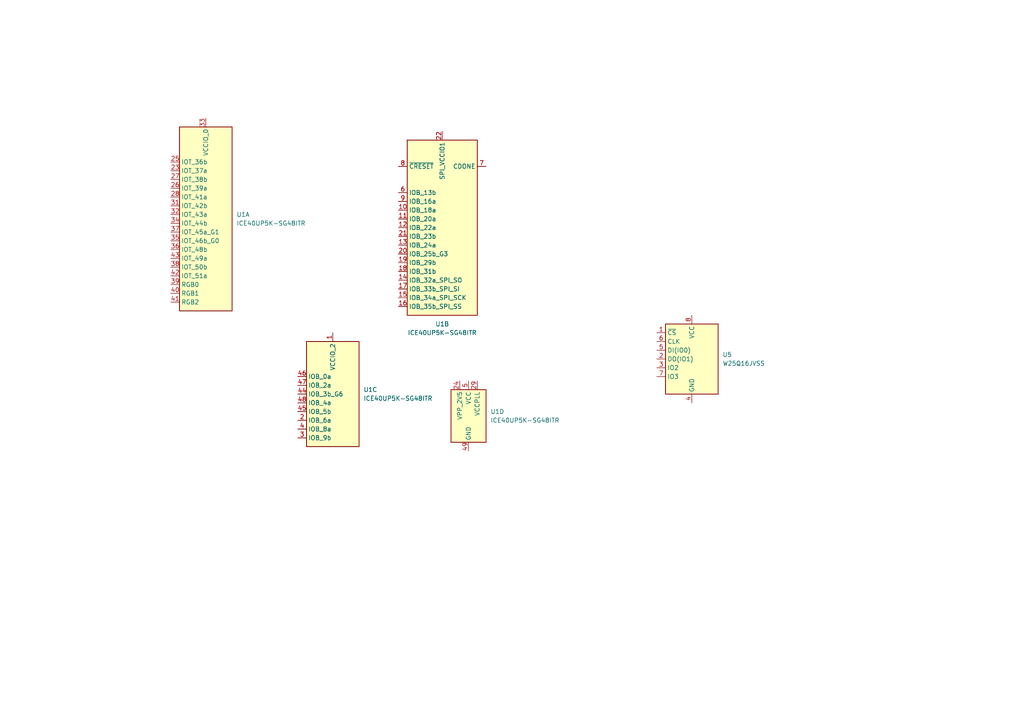
<source format=kicad_sch>
(kicad_sch (version 20231120) (generator "eeschema") (generator_version "8.0")
  (paper "A4")
  (lib_symbols
    (symbol "FPGA_Lattice:ICE40UP5K-SG48ITR"
      (property "Reference" "U" (at -8.89 -29.21 0))
      (property "Value" "ICE40UP5K-SG48ITR" (at 0 -31.75 0))
      (symbol "ICE40UP5K-SG48ITR_1_1"
        (rectangle (start -7.62 25.4) (end 7.62 -27.94) (stroke (width 0.254)) (fill (type background)))
        (pin bidirectional line (at -10.16 12.7 0) (length 2.54) (name "IOT_37a") (number "23"))
        (pin bidirectional line (at -10.16 15.24 0) (length 2.54) (name "IOT_36b") (number "25"))
        (pin bidirectional line (at -10.16 7.62 0) (length 2.54) (name "IOT_39a") (number "26"))
        (pin bidirectional line (at -10.16 10.16 0) (length 2.54) (name "IOT_38b") (number "27"))
        (pin bidirectional line (at -10.16 5.08 0) (length 2.54) (name "IOT_41a") (number "28"))
        (pin bidirectional line (at -10.16 2.54 0) (length 2.54) (name "IOT_42b") (number "31"))
        (pin bidirectional line (at -10.16 0 0) (length 2.54) (name "IOT_43a") (number "32"))
        (pin power_in line (at 0 27.94 270) (length 2.54) (name "VCCIO_0") (number "33"))
        (pin bidirectional line (at -10.16 -2.54 0) (length 2.54) (name "IOT_44b") (number "34"))
        (pin bidirectional line (at -10.16 -7.62 0) (length 2.54) (name "IOT_46b_G0") (number "35"))
        (pin bidirectional line (at -10.16 -10.16 0) (length 2.54) (name "IOT_48b") (number "36"))
        (pin bidirectional line (at -10.16 -5.08 0) (length 2.54) (name "IOT_45a_G1") (number "37"))
        (pin bidirectional line (at -10.16 -15.24 0) (length 2.54) (name "IOT_50b") (number "38"))
        (pin open_collector line (at -10.16 -20.32 0) (length 2.54) (name "RGB0") (number "39"))
        (pin open_collector line (at -10.16 -22.86 0) (length 2.54) (name "RGB1") (number "40"))
        (pin open_collector line (at -10.16 -25.4 0) (length 2.54) (name "RGB2") (number "41"))
        (pin bidirectional line (at -10.16 -17.78 0) (length 2.54) (name "IOT_51a") (number "42"))
        (pin bidirectional line (at -10.16 -12.7 0) (length 2.54) (name "IOT_49a") (number "43"))
      )
      (symbol "ICE40UP5K-SG48ITR_2_1"
        (rectangle (start -10.16 25.4) (end 10.16 -25.4) (stroke (width 0.254)) (fill (type background)))
        (pin bidirectional line (at -12.7 5.08 0) (length 2.54) (name "IOB_18a") (number "10"))
        (pin bidirectional line (at -12.7 2.54 0) (length 2.54) (name "IOB_20a") (number "11"))
        (pin bidirectional line (at -12.7 0 0) (length 2.54) (name "IOB_22a") (number "12"))
        (pin bidirectional line (at -12.7 -5.08 0) (length 2.54) (name "IOB_24a") (number "13"))
        (pin bidirectional line (at -12.7 -15.24 0) (length 2.54) (name "IOB_32a_SPI_SO") (number "14"))
        (pin bidirectional line (at -12.7 -20.32 0) (length 2.54) (name "IOB_34a_SPI_SCK") (number "15"))
        (pin bidirectional line (at -12.7 -22.86 0) (length 2.54) (name "IOB_35b_SPI_SS") (number "16"))
        (pin bidirectional line (at -12.7 -17.78 0) (length 2.54) (name "IOB_33b_SPI_SI") (number "17"))
        (pin bidirectional line (at -12.7 -12.7 0) (length 2.54) (name "IOB_31b") (number "18"))
        (pin bidirectional line (at -12.7 -10.16 0) (length 2.54) (name "IOB_29b") (number "19"))
        (pin bidirectional line (at -12.7 -7.62 0) (length 2.54) (name "IOB_25b_G3") (number "20"))
        (pin bidirectional line (at -12.7 -2.54 0) (length 2.54) (name "IOB_23b") (number "21"))
        (pin power_in line (at 0 27.94 270) (length 2.54) (name "SPI_VCCIO1") (number "22"))
        (pin bidirectional line (at -12.7 10.16 0) (length 2.54) (name "IOB_13b") (number "6"))
        (pin open_collector line (at 12.7 17.78 180) (length 2.54) (name "CDONE") (number "7"))
        (pin input line (at -12.7 17.78 0) (length 2.54) (name "~{CRESET}") (number "8"))
        (pin bidirectional line (at -12.7 7.62 0) (length 2.54) (name "IOB_16a") (number "9"))
      )
      (symbol "ICE40UP5K-SG48ITR_3_1"
        (rectangle (start -7.62 15.24) (end 7.62 -15.24) (stroke (width 0.254)) (fill (type background)))
        (pin power_in line (at 0 17.78 270) (length 2.54) (name "VCCIO_2") (number "1"))
        (pin bidirectional line (at -10.16 -7.62 0) (length 2.54) (name "IOB_6a") (number "2"))
        (pin bidirectional line (at -10.16 -12.7 0) (length 2.54) (name "IOB_9b") (number "3"))
        (pin bidirectional line (at -10.16 -10.16 0) (length 2.54) (name "IOB_8a") (number "4"))
        (pin bidirectional line (at -10.16 0 0) (length 2.54) (name "IOB_3b_G6") (number "44"))
        (pin bidirectional line (at -10.16 -5.08 0) (length 2.54) (name "IOB_5b") (number "45"))
        (pin bidirectional line (at -10.16 5.08 0) (length 2.54) (name "IOB_0a") (number "46"))
        (pin bidirectional line (at -10.16 2.54 0) (length 2.54) (name "IOB_2a") (number "47"))
        (pin bidirectional line (at -10.16 -2.54 0) (length 2.54) (name "IOB_4a") (number "48"))
      )
      (symbol "ICE40UP5K-SG48ITR_4_1"
        (rectangle (start -5.08 7.62) (end 5.08 -7.62) (stroke (width 0.254)) (fill (type background)))
        (pin power_in line (at -2.54 10.16 270) (length 2.54) (name "VPP_2V5") (number "24"))
        (pin power_out line (at 2.54 10.16 270) (length 2.54) (name "VCCPLL") (number "29"))
        (pin passive line (at 0 10.16 270) (length 2.54) hide (name "VCC") (number "30"))
        (pin power_in line (at 0 -10.16 90) (length 2.54) (name "GND") (number "49"))
        (pin power_in line (at 0 10.16 270) (length 2.54) (name "VCC") (number "5"))
      )
    )
    (symbol "Memory_Flash:W25Q16JVSS"
      (property "Reference" "U" (at -6.35 11.43 0))
      (property "Value" "W25Q16JVSS" (at 7.62 11.43 0))
      (symbol "W25Q16JVSS_0_1"
        (rectangle (start -7.62 10.16) (end 7.62 -10.16) (stroke (width 0.254)) (fill (type background)))
      )
      (symbol "W25Q16JVSS_1_1"
        (pin input line (at -10.16 7.62 0) (length 2.54) (name "~{CS}") (number "1"))
        (pin bidirectional line (at -10.16 0 0) (length 2.54) (name "DO(IO1)") (number "2"))
        (pin bidirectional line (at -10.16 -2.54 0) (length 2.54) (name "IO2") (number "3"))
        (pin power_in line (at 0 -12.7 90) (length 2.54) (name "GND") (number "4"))
        (pin bidirectional line (at -10.16 2.54 0) (length 2.54) (name "DI(IO0)") (number "5"))
        (pin input line (at -10.16 5.08 0) (length 2.54) (name "CLK") (number "6"))
        (pin bidirectional line (at -10.16 -5.08 0) (length 2.54) (name "IO3") (number "7"))
        (pin power_in line (at 0 12.7 270) (length 2.54) (name "VCC") (number "8"))
      )
    )
  )
  (symbol (lib_id "FPGA_Lattice:ICE40UP5K-SG48ITR") (at 135.89 120.65 0) (unit 4)
    (property "Reference" "U1" (at 142.24 119.3799 0) (effects (justify left)))
    (property "Value" "ICE40UP5K-SG48ITR" (at 142.24 121.9199 0) (effects (justify left)))
    (property "Footprint" "Package_DFN_QFN:QFN-48-1EP_7x7mm_P0.5mm_EP5.6x5.6mm" (effects (hide yes)))
    (property "Datasheet" "http://www.latticesemi.com/Products/FPGAandCPLD/iCE40Ultra" (effects (hide yes)))
    (property "Description" "iCE40 UltraPlus FPGA, 5280 LUTs, 1.2V, 48-pin QFN" (effects (hide yes)))
  )
  (symbol (lib_id "Memory_Flash:W25Q16JVSS") (at 200.66 104.14 0) (unit 1)
    (property "Reference" "U5" (at 209.55 102.8699 0) (effects (justify left)))
    (property "Value" "W25Q16JVSS" (at 209.55 105.4099 0) (effects (justify left)))
    (property "Footprint" "Package_SO:SOIC-8_5.23x5.23mm_P1.27mm" (effects (hide yes)))
    (property "Datasheet" "https://www.winbond.com/hq/support/documentation/levelOne.jsp?__locale=en&DocNo=DA00-W25Q16JV.1" (effects (hide yes)))
    (property "Description" "16Mb Serial Flash Memory, Standard/Dual/Quad SPI, SOIC-8" (effects (hide yes)))
  )
  (symbol (lib_id "FPGA_Lattice:ICE40UP5K-SG48ITR") (at 59.69 62.23 0) (unit 1)
    (property "Reference" "U1" (at 68.58 62.2299 0) (effects (justify left)))
    (property "Value" "ICE40UP5K-SG48ITR" (at 68.58 64.7699 0) (effects (justify left)))
    (property "Footprint" "Package_DFN_QFN:QFN-48-1EP_7x7mm_P0.5mm_EP5.6x5.6mm" (effects (hide yes)))
    (property "Datasheet" "http://www.latticesemi.com/Products/FPGAandCPLD/iCE40Ultra" (effects (hide yes)))
    (property "Description" "iCE40 UltraPlus FPGA, 5280 LUTs, 1.2V, 48-pin QFN" (effects (hide yes)))
  )
  (symbol (lib_id "FPGA_Lattice:ICE40UP5K-SG48ITR") (at 96.52 114.3 0) (unit 3)
    (property "Reference" "U1" (at 105.41 113.0299 0) (effects (justify left)))
    (property "Value" "ICE40UP5K-SG48ITR" (at 105.41 115.5699 0) (effects (justify left)))
    (property "Footprint" "Package_DFN_QFN:QFN-48-1EP_7x7mm_P0.5mm_EP5.6x5.6mm" (effects (hide yes)))
    (property "Datasheet" "http://www.latticesemi.com/Products/FPGAandCPLD/iCE40Ultra" (effects (hide yes)))
    (property "Description" "iCE40 UltraPlus FPGA, 5280 LUTs, 1.2V, 48-pin QFN" (effects (hide yes)))
  )
  (symbol (lib_id "FPGA_Lattice:ICE40UP5K-SG48ITR") (at 128.27 66.04 0) (unit 2)
    (property "Reference" "U1" (at 128.27 93.98 0))
    (property "Value" "ICE40UP5K-SG48ITR" (at 128.27 96.52 0))
    (property "Footprint" "Package_DFN_QFN:QFN-48-1EP_7x7mm_P0.5mm_EP5.6x5.6mm" (effects (hide yes)))
    (property "Datasheet" "http://www.latticesemi.com/Products/FPGAandCPLD/iCE40Ultra" (effects (hide yes)))
    (property "Description" "iCE40 UltraPlus FPGA, 5280 LUTs, 1.2V, 48-pin QFN" (effects (hide yes)))
  )
)
</source>
